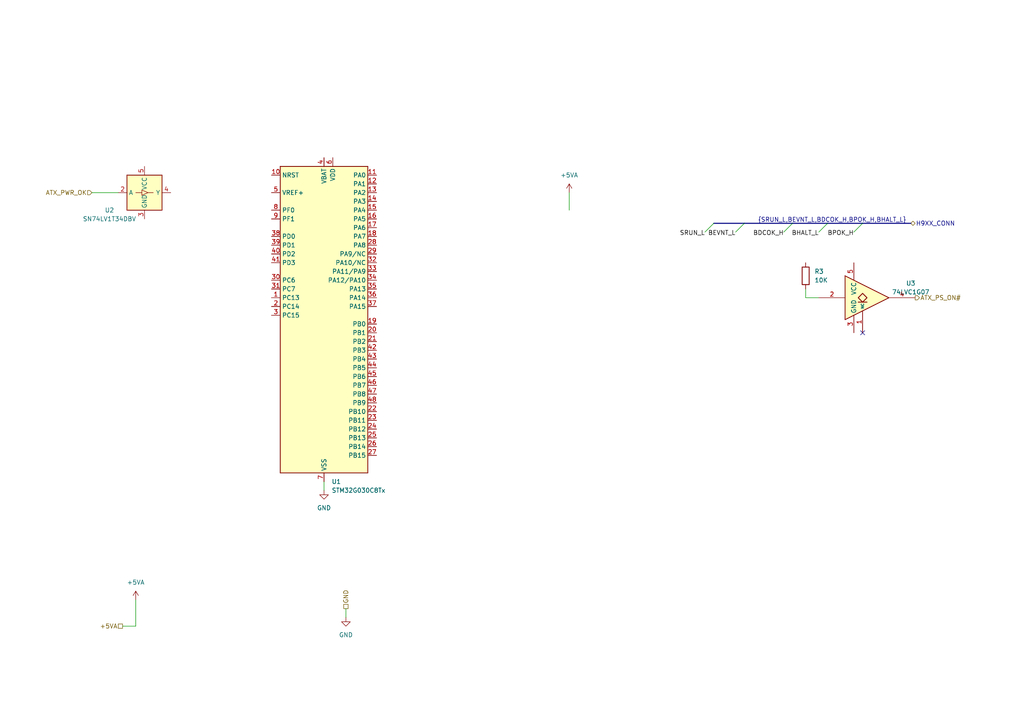
<source format=kicad_sch>
(kicad_sch (version 20230121) (generator eeschema)
  (paper "A4")
  (lib_symbols
    (symbol "74xGxx:74LVC1G07"
      (property "Reference" "U" (at 0 7.62 0))
      (property "Value" "74LVC1G07" (at 3.81 -7.62 0))
      (symbol "74LVC1G07_0_1"
        (polyline (pts (xy -3.81 -1.27) (xy -1.27 -1.27)) (stroke (width 0.254)) (fill (type background)))
        (polyline (pts (xy -7.62 6.35) (xy -7.62 -6.35) (xy 5.08 0) (xy -7.62 6.35)) (stroke (width 0.254)) (fill (type background)))
        (polyline (pts (xy -2.54 1.27) (xy -3.81 0) (xy -2.54 -1.27) (xy -1.27 0) (xy -2.54 1.27)) (stroke (width 0.254)) (fill (type background)))
      )
      (symbol "74LVC1G07_1_1"
        (pin free line (at -2.54 -10.16 90) (length 6.35) (name "NC") (number "1"))
        (pin input line (at -15.24 0 0) (length 7.62) (name "~") (number "2"))
        (pin power_in line (at -5.08 -10.16 90) (length 5.08) (name "GND") (number "3"))
        (pin open_collector line (at 12.7 0 180) (length 7.62) (name "~") (number "4"))
        (pin power_in line (at -5.08 10.16 270) (length 5.08) (name "VCC") (number "5"))
      )
    )
    (symbol "Device:R" (pin_numbers hide) (pin_names (offset 0))
      (property "Reference" "R" (at 2.032 0 90))
      (property "Value" "R" (at 0 0 90))
      (symbol "R_0_1"
        (rectangle (start -1.016 -2.54) (end 1.016 2.54) (stroke (width 0.254)))
      )
      (symbol "R_1_1"
        (pin passive line (at 0 3.81 270) (length 1.27) (name "~") (number "1"))
        (pin passive line (at 0 -3.81 90) (length 1.27) (name "~") (number "2"))
      )
    )
    (symbol "Logic_LevelTranslator:SN74LV1T34DBV"
      (property "Reference" "U" (at 5.08 6.35 0))
      (property "Value" "SN74LV1T34DBV" (at 5.08 3.81 0))
      (symbol "SN74LV1T34DBV_0_1"
        (rectangle (start -5.08 5.08) (end 5.08 -5.08) (stroke (width 0.254)) (fill (type background)))
        (polyline (pts (xy -0.762 0) (xy -2.54 0)))
        (polyline (pts (xy 1.016 0) (xy 2.54 0)))
      )
      (symbol "SN74LV1T34DBV_1_1"
        (polyline (pts (xy -0.762 -0.762) (xy -0.762 0.762) (xy 1.016 0) (xy -0.762 -0.762)))
        (pin no_connect line (at -5.08 2.54 0) (length 2.54) hide (name "NC") (number "1"))
        (pin input line (at -7.62 0 0) (length 2.54) (name "A") (number "2"))
        (pin power_in line (at 0 -7.62 90) (length 2.54) (name "GND") (number "3"))
        (pin output line (at 7.62 0 180) (length 2.54) (name "Y") (number "4"))
        (pin power_in line (at 0 7.62 270) (length 2.54) (name "VCC") (number "5"))
      )
    )
    (symbol "MCU_ST_STM32G0:STM32G030C8Tx"
      (property "Reference" "U" (at -12.7 46.99 0))
      (property "Value" "STM32G030C8Tx" (at 5.08 46.99 0))
      (symbol "STM32G030C8Tx_0_1"
        (rectangle (start -12.7 -43.18) (end 12.7 45.72) (stroke (width 0.254)) (fill (type background)))
      )
      (symbol "STM32G030C8Tx_1_1"
        (pin bidirectional line (at -15.24 7.62 0) (length 2.54) (name "PC13") (number "1"))
        (pin input line (at -15.24 43.18 0) (length 2.54) (name "NRST") (number "10"))
        (pin bidirectional line (at 15.24 43.18 180) (length 2.54) (name "PA0") (number "11"))
        (pin bidirectional line (at 15.24 40.64 180) (length 2.54) (name "PA1") (number "12"))
        (pin bidirectional line (at 15.24 38.1 180) (length 2.54) (name "PA2") (number "13"))
        (pin bidirectional line (at 15.24 35.56 180) (length 2.54) (name "PA3") (number "14"))
        (pin bidirectional line (at 15.24 33.02 180) (length 2.54) (name "PA4") (number "15"))
        (pin bidirectional line (at 15.24 30.48 180) (length 2.54) (name "PA5") (number "16"))
        (pin bidirectional line (at 15.24 27.94 180) (length 2.54) (name "PA6") (number "17"))
        (pin bidirectional line (at 15.24 25.4 180) (length 2.54) (name "PA7") (number "18"))
        (pin bidirectional line (at 15.24 0 180) (length 2.54) (name "PB0") (number "19"))
        (pin bidirectional line (at -15.24 5.08 0) (length 2.54) (name "PC14") (number "2"))
        (pin bidirectional line (at 15.24 -2.54 180) (length 2.54) (name "PB1") (number "20"))
        (pin bidirectional line (at 15.24 -5.08 180) (length 2.54) (name "PB2") (number "21"))
        (pin bidirectional line (at 15.24 -25.4 180) (length 2.54) (name "PB10") (number "22"))
        (pin bidirectional line (at 15.24 -27.94 180) (length 2.54) (name "PB11") (number "23"))
        (pin bidirectional line (at 15.24 -30.48 180) (length 2.54) (name "PB12") (number "24"))
        (pin bidirectional line (at 15.24 -33.02 180) (length 2.54) (name "PB13") (number "25"))
        (pin bidirectional line (at 15.24 -35.56 180) (length 2.54) (name "PB14") (number "26"))
        (pin bidirectional line (at 15.24 -38.1 180) (length 2.54) (name "PB15") (number "27"))
        (pin bidirectional line (at 15.24 22.86 180) (length 2.54) (name "PA8") (number "28"))
        (pin bidirectional line (at 15.24 20.32 180) (length 2.54) (name "PA9/NC") (number "29"))
        (pin bidirectional line (at -15.24 2.54 0) (length 2.54) (name "PC15") (number "3"))
        (pin bidirectional line (at -15.24 12.7 0) (length 2.54) (name "PC6") (number "30"))
        (pin bidirectional line (at -15.24 10.16 0) (length 2.54) (name "PC7") (number "31"))
        (pin bidirectional line (at 15.24 17.78 180) (length 2.54) (name "PA10/NC") (number "32"))
        (pin bidirectional line (at 15.24 15.24 180) (length 2.54) (name "PA11/PA9") (number "33"))
        (pin bidirectional line (at 15.24 12.7 180) (length 2.54) (name "PA12/PA10") (number "34"))
        (pin bidirectional line (at 15.24 10.16 180) (length 2.54) (name "PA13") (number "35"))
        (pin bidirectional line (at 15.24 7.62 180) (length 2.54) (name "PA14") (number "36"))
        (pin bidirectional line (at 15.24 5.08 180) (length 2.54) (name "PA15") (number "37"))
        (pin bidirectional line (at -15.24 25.4 0) (length 2.54) (name "PD0") (number "38"))
        (pin bidirectional line (at -15.24 22.86 0) (length 2.54) (name "PD1") (number "39"))
        (pin power_in line (at 0 48.26 270) (length 2.54) (name "VBAT") (number "4"))
        (pin bidirectional line (at -15.24 20.32 0) (length 2.54) (name "PD2") (number "40"))
        (pin bidirectional line (at -15.24 17.78 0) (length 2.54) (name "PD3") (number "41"))
        (pin bidirectional line (at 15.24 -7.62 180) (length 2.54) (name "PB3") (number "42"))
        (pin bidirectional line (at 15.24 -10.16 180) (length 2.54) (name "PB4") (number "43"))
        (pin bidirectional line (at 15.24 -12.7 180) (length 2.54) (name "PB5") (number "44"))
        (pin bidirectional line (at 15.24 -15.24 180) (length 2.54) (name "PB6") (number "45"))
        (pin bidirectional line (at 15.24 -17.78 180) (length 2.54) (name "PB7") (number "46"))
        (pin bidirectional line (at 15.24 -20.32 180) (length 2.54) (name "PB8") (number "47"))
        (pin bidirectional line (at 15.24 -22.86 180) (length 2.54) (name "PB9") (number "48"))
        (pin input line (at -15.24 38.1 0) (length 2.54) (name "VREF+") (number "5"))
        (pin power_in line (at 2.54 48.26 270) (length 2.54) (name "VDD") (number "6"))
        (pin power_in line (at 0 -45.72 90) (length 2.54) (name "VSS") (number "7"))
        (pin bidirectional line (at -15.24 33.02 0) (length 2.54) (name "PF0") (number "8"))
        (pin bidirectional line (at -15.24 30.48 0) (length 2.54) (name "PF1") (number "9"))
      )
    )
    (symbol "power:+5VA" (power) (pin_names (offset 0))
      (property "Value" "+5VA" (at 0 3.556 0))
      (symbol "+5VA_0_1"
        (polyline (pts (xy -0.762 1.27) (xy 0 2.54)))
        (polyline (pts (xy 0 0) (xy 0 2.54)))
        (polyline (pts (xy 0 2.54) (xy 0.762 1.27)))
      )
      (symbol "+5VA_1_1"
        (pin power_in line (at 0 0 90) (length 0) hide (name "+5VA") (number "1"))
      )
    )
    (symbol "power:GND" (power) (pin_names (offset 0))
      (property "Value" "GND" (at 0 -3.81 0))
      (symbol "GND_0_1"
        (polyline (pts (xy 0 0) (xy 0 -1.27) (xy 1.27 -1.27) (xy 0 -2.54) (xy -1.27 -1.27) (xy 0 -1.27)))
      )
      (symbol "GND_1_1"
        (pin power_in line (at 0 0 270) (length 0) hide (name "GND") (number "1"))
      )
    )
  )
  (no_connect (at 250.19 96.52))
  (bus_entry (at 240.03 64.77) (size -2.54 2.54))
  (bus_entry (at 250.19 64.77) (size -2.54 2.54))
  (bus_entry (at 229.87 64.77) (size -2.54 2.54))
  (bus_entry (at 215.9 64.77) (size -2.54 2.54))
  (bus_entry (at 207.01 64.77) (size -2.54 2.54))
  (bus (pts (xy 240.03 64.77) (xy 229.87 64.77)))
  (bus (pts (xy 264.16 64.77) (xy 250.19 64.77)))
  (bus (pts (xy 229.87 64.77) (xy 215.9 64.77)))
  (wire (pts (xy 100.33 176.53) (xy 100.33 179.07)))
  (bus (pts (xy 215.9 64.77) (xy 207.01 64.77)))
  (wire (pts (xy 165.1 55.88) (xy 165.1 60.96)))
  (bus (pts (xy 250.19 64.77) (xy 240.03 64.77)))
  (wire (pts (xy 233.68 86.36) (xy 237.49 86.36)))
  (wire (pts (xy 233.68 83.82) (xy 233.68 86.36)))
  (wire (pts (xy 26.67 55.88) (xy 34.29 55.88)))
  (wire (pts (xy 93.98 139.7) (xy 93.98 142.24)))
  (wire (pts (xy 39.37 181.61) (xy 39.37 173.99)))
  (wire (pts (xy 35.56 181.61) (xy 39.37 181.61)))
  (label "SRUN_L" (at 204.47 68.58 180))
  (label "BPOK_H" (at 247.65 68.58 180))
  (label "BDCOK_H" (at 227.33 68.58 180))
  (label "BEVNT_L" (at 213.36 68.58 180))
  (label "{SRUN_L,BEVNT_L,BDCOK_H,BPOK_H,BHALT_L}" (at 262.89 64.77 180))
  (label "BHALT_L" (at 237.49 68.58 180))
  (hierarchical_label "ATX_PWR_OK" (shape input) (at 26.67 55.88 180))
  (hierarchical_label "ATX_PS_ON#" (shape output) (at 265.43 86.36 0))
  (hierarchical_label "H9XX_CONN" (shape bidirectional) (at 264.16 64.77 0))
  (hierarchical_label "+5VA" (shape passive) (at 35.56 181.61 180))
  (hierarchical_label "GND" (shape passive) (at 100.33 176.53 90))
  (symbol (lib_id "MCU_ST_STM32G0:STM32G030C8Tx") (at 93.98 93.98 0) (unit 1)
    (property "Reference" "U1" (at 96.1741 139.7 0) (effects (justify left)))
    (property "Value" "STM32G030C8Tx" (at 96.1741 142.24 0) (effects (justify left)))
    (property "Footprint" "Package_QFP:LQFP-48_7x7mm_P0.5mm" (effects hide))
    (property "Datasheet" "https://www.st.com/resource/en/datasheet/stm32g030c8.pdf" (effects hide))
  )
  (symbol (lib_id "74xGxx:74LVC1G07") (at 252.73 86.36 0) (unit 1)
    (property "Reference" "U3" (at 264.16 82.1691 0))
    (property "Value" "74LVC1G07" (at 264.16 84.7091 0))
    (property "Datasheet" "https://www.ti.com/lit/ds/symlink/sn74lvc1g07.pdf" (effects hide))
  )
  (symbol (lib_id "power:GND") (at 100.33 179.07 0) (unit 1)
    (property "Reference" "#PWR04" (effects hide))
    (property "Value" "GND" (at 100.33 184.15 0))
  )
  (symbol (lib_id "Logic_LevelTranslator:SN74LV1T34DBV") (at 41.91 55.88 0) (unit 1)
    (property "Reference" "U2" (at 31.75 60.96 0))
    (property "Value" "SN74LV1T34DBV" (at 31.75 63.5 0))
    (property "Footprint" "Package_TO_SOT_SMD:SOT-23-5" (effects hide))
    (property "Datasheet" "https://www.ti.com/lit/ds/symlink/sn74lv1t34.pdf" (effects hide))
  )
  (symbol (lib_id "power:+5VA") (at 39.37 173.99 0) (unit 1)
    (property "Reference" "#PWR05" (effects hide))
    (property "Value" "+5VA" (at 39.37 168.91 0))
  )
  (symbol (lib_id "power:+5VA") (at 165.1 55.88 0) (unit 1)
    (property "Reference" "#PWR010" (effects hide))
    (property "Value" "+5VA" (at 165.1 50.8 0))
  )
  (symbol (lib_id "Device:R") (at 233.68 80.01 0) (unit 1)
    (property "Reference" "R3" (at 236.22 78.74 0) (effects (justify left)))
    (property "Value" "10K" (at 236.22 81.28 0) (effects (justify left)))
  )
  (symbol (lib_id "power:GND") (at 93.98 142.24 0) (unit 1)
    (property "Reference" "#PWR09" (effects hide))
    (property "Value" "GND" (at 93.98 147.32 0))
  )
)
</source>
